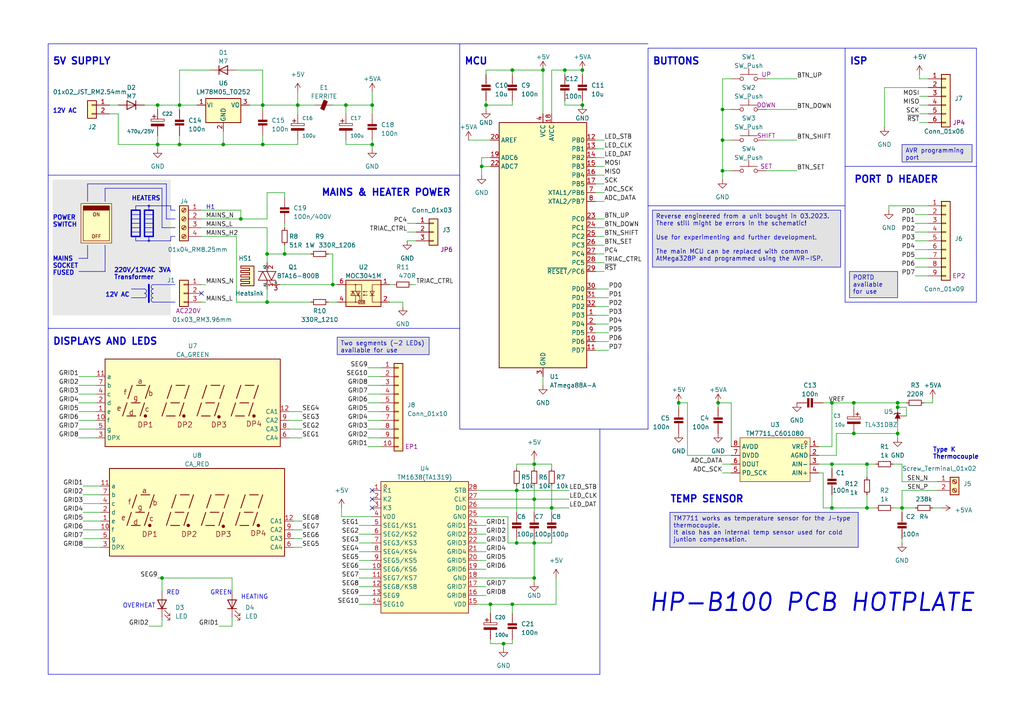
<source format=kicad_sch>
(kicad_sch (version 20230121) (generator eeschema)
  (paper "A4")
  (title_block (title "HP-B100 Hotplate") (date "2023-03-06") (rev "1.0") (comment 1 "P.Z."))
  (junction (at 140.97 30.48))
  (junction (at 241.3 147.32))
  (junction (at 241.3 116.84))
  (junction (at 247.65 116.84))
  (junction (at 46.99 167.64))
  (junction (at 77.47 73.66))
  (junction (at 241.3 134.62))
  (junction (at 160.02 147.32))
  (junction (at 251.46 147.32))
  (junction (at 64.77 41.91))
  (junction (at 157.48 20.32))
  (junction (at 163.83 20.32))
  (junction (at 107.95 30.48))
  (junction (at 142.24 175.26))
  (junction (at 82.55 73.66))
  (junction (at 86.36 30.48))
  (junction (at 154.94 134.62))
  (junction (at 148.59 175.26))
  (junction (at 52.07 41.91))
  (junction (at 139.7 48.26))
  (junction (at 149.86 142.24))
  (junction (at 209.55 40.64))
  (junction (at 100.33 30.48))
  (junction (at 260.35 116.84))
  (junction (at 209.55 49.53))
  (junction (at 208.28 116.84))
  (junction (at 69.85 63.5))
  (junction (at 196.85 116.84))
  (junction (at 154.94 157.48))
  (junction (at 251.46 134.62))
  (junction (at 146.05 186.69))
  (junction (at 45.72 30.48))
  (junction (at 260.35 125.73))
  (junction (at 154.94 144.78))
  (junction (at 76.2 30.48))
  (junction (at 45.72 41.91))
  (junction (at 96.52 82.55))
  (junction (at 154.94 167.64))
  (junction (at 260.35 118.11))
  (junction (at 77.47 87.63))
  (junction (at 168.91 20.32))
  (junction (at 76.2 41.91))
  (junction (at 209.55 31.75))
  (junction (at 261.62 147.32))
  (junction (at 148.59 20.32))
  (junction (at 168.91 30.48))
  (junction (at 149.86 157.48))
  (junction (at 247.65 125.73))
  (junction (at 52.07 30.48))
  (junction (at 107.95 41.91))
  (no_connect (at 58.42 85.09))
  (no_connect (at 107.95 147.32))
  (no_connect (at 107.95 142.24))
  (no_connect (at 107.95 144.78))
  (wire (pts (xy 172.72 63.5) (xy 175.26 63.5)))
  (wire (pts (xy 34.29 41.91) (xy 34.29 33.02)))
  (wire (pts (xy 142.24 186.69) (xy 146.05 186.69)))
  (wire (pts (xy 199.39 116.84) (xy 196.85 116.84)))
  (wire (pts (xy 46.99 167.64) (xy 67.31 167.64)))
  (polyline (pts (xy 48.26 53.34) (xy 25.4 53.34)))
  (wire (pts (xy 81.28 82.55) (xy 96.52 82.55)))
  (wire (pts (xy 138.43 167.64) (xy 154.94 167.64)))
  (wire (pts (xy 148.59 20.32) (xy 148.59 21.59)))
  (wire (pts (xy 208.28 116.84) (xy 208.28 118.11)))
  (wire (pts (xy 22.86 116.84) (xy 27.94 116.84)))
  (wire (pts (xy 261.62 139.7) (xy 261.62 134.62)))
  (wire (pts (xy 138.43 172.72) (xy 140.97 172.72)))
  (wire (pts (xy 24.13 140.97) (xy 29.21 140.97)))
  (wire (pts (xy 270.51 116.84) (xy 267.97 116.84)))
  (wire (pts (xy 138.43 152.4) (xy 140.97 152.4)))
  (polyline (pts (xy 133.35 124.46) (xy 173.99 124.46)))
  (wire (pts (xy 273.05 147.32) (xy 270.51 147.32)))
  (wire (pts (xy 148.59 175.26) (xy 148.59 177.8)))
  (polyline (pts (xy 187.96 104.14) (xy 187.96 13.97)))
  (wire (pts (xy 172.72 86.36) (xy 176.53 86.36)))
  (wire (pts (xy 147.32 157.48) (xy 147.32 149.86)))
  (wire (pts (xy 260.35 125.73) (xy 260.35 127)))
  (wire (pts (xy 45.72 41.91) (xy 45.72 43.18)))
  (wire (pts (xy 259.08 147.32) (xy 261.62 147.32)))
  (wire (pts (xy 172.72 78.74) (xy 175.26 78.74)))
  (wire (pts (xy 154.94 144.78) (xy 165.1 144.78)))
  (wire (pts (xy 85.09 151.13) (xy 87.63 151.13)))
  (wire (pts (xy 146.05 186.69) (xy 146.05 187.96)))
  (wire (pts (xy 154.94 133.35) (xy 154.94 134.62)))
  (wire (pts (xy 68.58 87.63) (xy 77.47 87.63)))
  (wire (pts (xy 266.7 27.94) (xy 269.24 27.94)))
  (polyline (pts (xy 38.1 86.36) (xy 41.91 86.36)))
  (wire (pts (xy 265.43 69.85) (xy 269.24 69.85)))
  (wire (pts (xy 113.03 82.55) (xy 114.3 82.55)))
  (wire (pts (xy 52.07 30.48) (xy 57.15 30.48)))
  (wire (pts (xy 149.86 142.24) (xy 165.1 142.24)))
  (polyline (pts (xy 39.37 60.96) (xy 39.37 59.69)))
  (wire (pts (xy 58.42 63.5) (xy 69.85 63.5)))
  (wire (pts (xy 251.46 134.62) (xy 251.46 138.43)))
  (wire (pts (xy 46.99 167.64) (xy 46.99 171.45)))
  (wire (pts (xy 68.58 20.32) (xy 76.2 20.32)))
  (wire (pts (xy 138.43 157.48) (xy 140.97 157.48)))
  (wire (pts (xy 154.94 168.91) (xy 154.94 167.64)))
  (wire (pts (xy 266.7 35.56) (xy 269.24 35.56)))
  (polyline (pts (xy 187.96 12.7) (xy 133.35 12.7)))
  (wire (pts (xy 58.42 66.04) (xy 77.47 66.04)))
  (wire (pts (xy 68.58 68.58) (xy 68.58 87.63)))
  (wire (pts (xy 247.65 125.73) (xy 242.57 125.73)))
  (polyline (pts (xy 49.53 60.96) (xy 50.8 60.96)))
  (wire (pts (xy 163.83 20.32) (xy 168.91 20.32)))
  (wire (pts (xy 104.14 162.56) (xy 107.95 162.56)))
  (polyline (pts (xy 245.11 13.97) (xy 187.96 13.97)))
  (wire (pts (xy 212.09 129.54) (xy 212.09 116.84)))
  (wire (pts (xy 154.94 156.21) (xy 154.94 157.48)))
  (wire (pts (xy 209.55 22.86) (xy 212.09 22.86)))
  (wire (pts (xy 22.86 114.3) (xy 27.94 114.3)))
  (wire (pts (xy 34.29 33.02) (xy 31.75 33.02)))
  (wire (pts (xy 82.55 64.77) (xy 82.55 66.04)))
  (polyline (pts (xy 22.86 78.74) (xy 30.48 78.74)))
  (wire (pts (xy 140.97 29.21) (xy 140.97 30.48)))
  (wire (pts (xy 118.11 64.77) (xy 120.65 64.77)))
  (wire (pts (xy 142.24 175.26) (xy 148.59 175.26)))
  (wire (pts (xy 82.55 71.12) (xy 82.55 73.66)))
  (wire (pts (xy 45.72 30.48) (xy 52.07 30.48)))
  (wire (pts (xy 138.43 170.18) (xy 140.97 170.18)))
  (wire (pts (xy 99.06 149.86) (xy 99.06 147.32)))
  (wire (pts (xy 77.47 66.04) (xy 77.47 73.66)))
  (polyline (pts (xy 38.1 66.04) (xy 40.64 66.04)))
  (wire (pts (xy 76.2 41.91) (xy 86.36 41.91)))
  (wire (pts (xy 172.72 43.18) (xy 175.26 43.18)))
  (wire (pts (xy 265.43 80.01) (xy 269.24 80.01)))
  (wire (pts (xy 222.25 31.75) (xy 231.14 31.75)))
  (wire (pts (xy 265.43 67.31) (xy 269.24 67.31)))
  (wire (pts (xy 172.72 101.6) (xy 176.53 101.6)))
  (polyline (pts (xy 43.18 59.69) (xy 49.53 59.69)))
  (wire (pts (xy 22.86 111.76) (xy 27.94 111.76)))
  (wire (pts (xy 82.55 73.66) (xy 77.47 73.66)))
  (wire (pts (xy 172.72 73.66) (xy 175.26 73.66)))
  (wire (pts (xy 260.35 116.84) (xy 247.65 116.84)))
  (wire (pts (xy 118.11 67.31) (xy 120.65 67.31)))
  (wire (pts (xy 257.81 59.69) (xy 269.24 59.69)))
  (wire (pts (xy 172.72 53.34) (xy 175.26 53.34)))
  (wire (pts (xy 100.33 41.91) (xy 107.95 41.91)))
  (wire (pts (xy 100.33 40.64) (xy 100.33 41.91)))
  (wire (pts (xy 100.33 30.48) (xy 100.33 33.02)))
  (wire (pts (xy 238.76 137.16) (xy 238.76 147.32)))
  (wire (pts (xy 260.35 125.73) (xy 247.65 125.73)))
  (polyline (pts (xy 13.97 95.25) (xy 13.97 195.58)))
  (wire (pts (xy 260.35 118.11) (xy 260.35 116.84)))
  (wire (pts (xy 31.75 30.48) (xy 34.29 30.48)))
  (polyline (pts (xy 38.1 83.82) (xy 41.91 83.82)))
  (wire (pts (xy 138.43 147.32) (xy 160.02 147.32)))
  (polyline (pts (xy 13.97 50.8) (xy 133.35 50.8)))
  (wire (pts (xy 266.7 33.02) (xy 269.24 33.02)))
  (wire (pts (xy 160.02 20.32) (xy 163.83 20.32)))
  (wire (pts (xy 247.65 116.84) (xy 247.65 118.11)))
  (wire (pts (xy 69.85 60.96) (xy 69.85 63.5)))
  (wire (pts (xy 140.97 30.48) (xy 140.97 31.75)))
  (polyline (pts (xy 50.8 63.5) (xy 48.26 63.5)))
  (wire (pts (xy 82.55 55.88) (xy 82.55 57.15)))
  (wire (pts (xy 266.7 22.86) (xy 269.24 22.86)))
  (wire (pts (xy 96.52 82.55) (xy 97.79 82.55)))
  (polyline (pts (xy 41.91 63.5) (xy 44.45 63.5)))
  (wire (pts (xy 45.72 41.91) (xy 52.07 41.91)))
  (wire (pts (xy 172.72 99.06) (xy 176.53 99.06)))
  (wire (pts (xy 86.36 30.48) (xy 91.44 30.48)))
  (wire (pts (xy 265.43 147.32) (xy 261.62 147.32)))
  (wire (pts (xy 64.77 41.91) (xy 76.2 41.91)))
  (wire (pts (xy 45.72 167.64) (xy 46.99 167.64)))
  (wire (pts (xy 63.5 181.61) (xy 67.31 181.61)))
  (wire (pts (xy 149.86 157.48) (xy 154.94 157.48)))
  (wire (pts (xy 140.97 20.32) (xy 148.59 20.32)))
  (polyline (pts (xy 44.45 82.55) (xy 50.8 82.55)))
  (wire (pts (xy 148.59 186.69) (xy 148.59 185.42)))
  (polyline (pts (xy 41.91 66.04) (xy 44.45 66.04)))
  (polyline (pts (xy 48.26 63.5) (xy 48.26 53.34)))
  (wire (pts (xy 86.36 26.67) (xy 86.36 30.48)))
  (wire (pts (xy 161.29 167.64) (xy 161.29 175.26)))
  (wire (pts (xy 172.72 58.42) (xy 175.26 58.42)))
  (wire (pts (xy 242.57 132.08) (xy 237.49 132.08)))
  (wire (pts (xy 160.02 147.32) (xy 165.1 147.32)))
  (wire (pts (xy 85.09 153.67) (xy 87.63 153.67)))
  (wire (pts (xy 22.86 127) (xy 27.94 127)))
  (wire (pts (xy 104.14 165.1) (xy 107.95 165.1)))
  (wire (pts (xy 104.14 172.72) (xy 107.95 172.72)))
  (wire (pts (xy 262.89 116.84) (xy 260.35 116.84)))
  (wire (pts (xy 160.02 140.97) (xy 160.02 147.32)))
  (polyline (pts (xy 173.99 124.46) (xy 173.99 195.58)))
  (polyline (pts (xy 43.18 68.58) (xy 43.18 69.85)))
  (wire (pts (xy 172.72 96.52) (xy 176.53 96.52)))
  (wire (pts (xy 138.43 154.94) (xy 140.97 154.94)))
  (wire (pts (xy 138.43 160.02) (xy 140.97 160.02)))
  (polyline (pts (xy 25.4 53.34) (xy 25.4 58.42)))
  (wire (pts (xy 104.14 152.4) (xy 107.95 152.4)))
  (wire (pts (xy 107.95 41.91) (xy 107.95 43.18)))
  (wire (pts (xy 241.3 129.54) (xy 237.49 129.54)))
  (wire (pts (xy 22.86 109.22) (xy 27.94 109.22)))
  (wire (pts (xy 138.43 144.78) (xy 154.94 144.78)))
  (wire (pts (xy 52.07 30.48) (xy 52.07 31.75)))
  (wire (pts (xy 149.86 140.97) (xy 149.86 142.24)))
  (wire (pts (xy 77.47 63.5) (xy 77.47 55.88)))
  (wire (pts (xy 72.39 30.48) (xy 76.2 30.48)))
  (wire (pts (xy 106.68 116.84) (xy 110.49 116.84)))
  (wire (pts (xy 138.43 165.1) (xy 140.97 165.1)))
  (polyline (pts (xy 245.11 59.69) (xy 245.11 87.63)))
  (wire (pts (xy 163.83 30.48) (xy 168.91 30.48)))
  (polyline (pts (xy 25.4 71.12) (xy 25.4 74.93)))
  (wire (pts (xy 69.85 63.5) (xy 77.47 63.5)))
  (wire (pts (xy 76.2 30.48) (xy 86.36 30.48)))
  (wire (pts (xy 139.7 45.72) (xy 139.7 48.26)))
  (wire (pts (xy 172.72 68.58) (xy 175.26 68.58)))
  (wire (pts (xy 139.7 48.26) (xy 142.24 48.26)))
  (wire (pts (xy 256.54 25.4) (xy 269.24 25.4)))
  (wire (pts (xy 154.94 144.78) (xy 154.94 148.59)))
  (wire (pts (xy 157.48 20.32) (xy 148.59 20.32)))
  (polyline (pts (xy 283.21 13.97) (xy 245.11 13.97)))
  (wire (pts (xy 107.95 33.02) (xy 107.95 30.48)))
  (wire (pts (xy 104.14 167.64) (xy 107.95 167.64)))
  (wire (pts (xy 146.05 186.69) (xy 148.59 186.69)))
  (wire (pts (xy 83.82 121.92) (xy 87.63 121.92)))
  (wire (pts (xy 138.43 162.56) (xy 140.97 162.56)))
  (polyline (pts (xy 43.18 87.63) (xy 43.18 82.55)) (stroke (width 0.5)))
  (polyline (pts (xy 133.35 50.8) (xy 133.35 95.25)))
  (polyline (pts (xy 187.96 124.46) (xy 187.96 104.14)))
  (wire (pts (xy 172.72 71.12) (xy 175.26 71.12)))
  (wire (pts (xy 149.86 142.24) (xy 149.86 148.59)))
  (polyline (pts (xy 44.45 87.63) (xy 50.8 87.63)))
  (wire (pts (xy 142.24 185.42) (xy 142.24 186.69)))
  (wire (pts (xy 64.77 41.91) (xy 64.77 38.1)))
  (wire (pts (xy 83.82 127) (xy 87.63 127)))
  (wire (pts (xy 154.94 140.97) (xy 154.94 144.78)))
  (polyline (pts (xy 133.35 95.25) (xy 133.35 124.46)))
  (wire (pts (xy 265.43 62.23) (xy 269.24 62.23)))
  (wire (pts (xy 142.24 175.26) (xy 142.24 177.8)))
  (polyline (pts (xy 39.37 68.58) (xy 39.37 69.85)))
  (wire (pts (xy 106.68 106.68) (xy 110.49 106.68)))
  (wire (pts (xy 241.3 134.62) (xy 251.46 134.62)))
  (wire (pts (xy 261.62 147.32) (xy 261.62 148.59)))
  (polyline (pts (xy 41.91 67.31) (xy 44.45 67.31)))
  (wire (pts (xy 209.55 52.07) (xy 209.55 49.53)))
  (wire (pts (xy 212.09 116.84) (xy 208.28 116.84)))
  (wire (pts (xy 209.55 49.53) (xy 209.55 40.64)))
  (wire (pts (xy 52.07 20.32) (xy 60.96 20.32)))
  (polyline (pts (xy 41.91 62.23) (xy 44.45 62.23)))
  (wire (pts (xy 254 147.32) (xy 251.46 147.32)))
  (wire (pts (xy 163.83 21.59) (xy 163.83 20.32)))
  (wire (pts (xy 172.72 48.26) (xy 175.26 48.26)))
  (wire (pts (xy 157.48 109.22) (xy 157.48 111.76)))
  (wire (pts (xy 161.29 175.26) (xy 148.59 175.26)))
  (wire (pts (xy 24.13 158.75) (xy 29.21 158.75)))
  (wire (pts (xy 107.95 30.48) (xy 100.33 30.48)))
  (wire (pts (xy 82.55 73.66) (xy 90.17 73.66)))
  (wire (pts (xy 154.94 134.62) (xy 160.02 134.62)))
  (wire (pts (xy 45.72 30.48) (xy 45.72 31.75)))
  (wire (pts (xy 119.38 82.55) (xy 120.65 82.55)))
  (wire (pts (xy 139.7 48.26) (xy 139.7 50.8)))
  (wire (pts (xy 209.55 40.64) (xy 209.55 31.75)))
  (wire (pts (xy 160.02 147.32) (xy 160.02 148.59)))
  (wire (pts (xy 138.43 175.26) (xy 142.24 175.26)))
  (wire (pts (xy 163.83 29.21) (xy 163.83 30.48)))
  (wire (pts (xy 241.3 147.32) (xy 241.3 143.51)))
  (wire (pts (xy 154.94 157.48) (xy 154.94 167.64)))
  (wire (pts (xy 76.2 20.32) (xy 76.2 30.48)))
  (polyline (pts (xy 38.1 62.23) (xy 40.64 62.23)))
  (wire (pts (xy 172.72 45.72) (xy 175.26 45.72)))
  (wire (pts (xy 222.25 49.53) (xy 231.14 49.53)))
  (wire (pts (xy 241.3 116.84) (xy 241.3 129.54)))
  (polyline (pts (xy 43.18 59.69) (xy 43.18 60.96)))
  (wire (pts (xy 46.99 181.61) (xy 46.99 179.07)))
  (wire (pts (xy 96.52 73.66) (xy 95.25 73.66)))
  (wire (pts (xy 140.97 21.59) (xy 140.97 20.32)))
  (wire (pts (xy 222.25 40.64) (xy 231.14 40.64)))
  (wire (pts (xy 107.95 149.86) (xy 99.06 149.86)))
  (wire (pts (xy 265.43 74.93) (xy 269.24 74.93)))
  (wire (pts (xy 52.07 39.37) (xy 52.07 41.91)))
  (wire (pts (xy 168.91 20.32) (xy 168.91 21.59)))
  (wire (pts (xy 24.13 146.05) (xy 29.21 146.05)))
  (polyline (pts (xy 48.26 53.34) (xy 48.26 53.34)))
  (wire (pts (xy 266.7 21.59) (xy 266.7 22.86)))
  (wire (pts (xy 58.42 68.58) (xy 68.58 68.58)))
  (polyline (pts (xy 245.11 87.63) (xy 283.21 87.63)))
  (wire (pts (xy 196.85 116.84) (xy 196.85 118.11)))
  (wire (pts (xy 96.52 30.48) (xy 100.33 30.48)))
  (wire (pts (xy 104.14 175.26) (xy 107.95 175.26)))
  (wire (pts (xy 77.47 87.63) (xy 90.17 87.63)))
  (polyline (pts (xy 13.97 95.25) (xy 133.35 95.25)))
  (wire (pts (xy 262.89 120.65) (xy 262.89 118.11)))
  (wire (pts (xy 107.95 41.91) (xy 107.95 40.64)))
  (wire (pts (xy 209.55 49.53) (xy 212.09 49.53)))
  (polyline (pts (xy 38.1 63.5) (xy 40.64 63.5)))
  (wire (pts (xy 238.76 147.32) (xy 241.3 147.32)))
  (wire (pts (xy 271.78 142.24) (xy 261.62 142.24)))
  (wire (pts (xy 212.09 132.08) (xy 199.39 132.08)))
  (wire (pts (xy 83.82 119.38) (xy 87.63 119.38)))
  (wire (pts (xy 86.36 33.02) (xy 86.36 30.48)))
  (wire (pts (xy 209.55 31.75) (xy 212.09 31.75)))
  (polyline (pts (xy 46.99 66.04) (xy 46.99 54.61)))
  (polyline (pts (xy 245.11 48.26) (xy 283.21 48.26)))
  (polyline (pts (xy 13.97 95.25) (xy 13.97 52.07)))
  (wire (pts (xy 24.13 143.51) (xy 29.21 143.51)))
  (wire (pts (xy 86.36 41.91) (xy 86.36 40.64)))
  (polyline (pts (xy 49.53 69.85) (xy 49.53 68.58)))
  (polyline (pts (xy 50.8 66.04) (xy 46.99 66.04)))
  (wire (pts (xy 24.13 148.59) (xy 29.21 148.59)))
  (polyline (pts (xy 283.21 87.63) (xy 283.21 48.26)))
  (wire (pts (xy 251.46 147.32) (xy 251.46 143.51)))
  (wire (pts (xy 172.72 66.04) (xy 175.26 66.04)))
  (wire (pts (xy 247.65 116.84) (xy 241.3 116.84)))
  (wire (pts (xy 34.29 41.91) (xy 45.72 41.91)))
  (wire (pts (xy 95.25 87.63) (xy 97.79 87.63)))
  (wire (pts (xy 265.43 64.77) (xy 269.24 64.77)))
  (polyline (pts (xy 46.99 54.61) (xy 30.48 54.61)))
  (polyline (pts (xy 13.97 12.7) (xy 13.97 52.07)))
  (wire (pts (xy 76.2 30.48) (xy 76.2 31.75)))
  (wire (pts (xy 52.07 41.91) (xy 64.77 41.91)))
  (wire (pts (xy 271.78 139.7) (xy 261.62 139.7)))
  (wire (pts (xy 77.47 55.88) (xy 82.55 55.88)))
  (wire (pts (xy 106.68 109.22) (xy 110.49 109.22)))
  (polyline (pts (xy 133.35 12.7) (xy 13.97 12.7)))
  (polyline (pts (xy 283.21 48.26) (xy 283.21 13.97)))
  (wire (pts (xy 85.09 156.21) (xy 87.63 156.21)))
  (wire (pts (xy 172.72 55.88) (xy 175.26 55.88)))
  (wire (pts (xy 172.72 76.2) (xy 175.26 76.2)))
  (wire (pts (xy 135.89 40.64) (xy 142.24 40.64)))
  (wire (pts (xy 262.89 118.11) (xy 260.35 118.11)))
  (wire (pts (xy 265.43 72.39) (xy 269.24 72.39)))
  (wire (pts (xy 154.94 134.62) (xy 154.94 135.89)))
  (wire (pts (xy 237.49 134.62) (xy 241.3 134.62)))
  (wire (pts (xy 172.72 50.8) (xy 175.26 50.8)))
  (wire (pts (xy 199.39 132.08) (xy 199.39 116.84)))
  (wire (pts (xy 76.2 39.37) (xy 76.2 41.91)))
  (wire (pts (xy 212.09 137.16) (xy 209.55 137.16)))
  (wire (pts (xy 106.68 127) (xy 110.49 127)))
  (wire (pts (xy 149.86 157.48) (xy 147.32 157.48)))
  (wire (pts (xy 261.62 142.24) (xy 261.62 147.32)))
  (wire (pts (xy 148.59 30.48) (xy 148.59 29.21)))
  (wire (pts (xy 41.91 30.48) (xy 45.72 30.48)))
  (wire (pts (xy 96.52 82.55) (xy 96.52 73.66)))
  (wire (pts (xy 241.3 134.62) (xy 241.3 135.89)))
  (wire (pts (xy 22.86 121.92) (xy 27.94 121.92)))
  (wire (pts (xy 254 134.62) (xy 251.46 134.62)))
  (wire (pts (xy 172.72 88.9) (xy 176.53 88.9)))
  (polyline (pts (xy 39.37 69.85) (xy 43.18 69.85)))
  (wire (pts (xy 160.02 134.62) (xy 160.02 135.89)))
  (wire (pts (xy 116.84 87.63) (xy 113.03 87.63)))
  (wire (pts (xy 266.7 30.48) (xy 269.24 30.48)))
  (wire (pts (xy 22.86 124.46) (xy 27.94 124.46)))
  (wire (pts (xy 106.68 119.38) (xy 110.49 119.38)))
  (polyline (pts (xy 173.99 124.46) (xy 187.96 124.46)))
  (wire (pts (xy 24.13 151.13) (xy 29.21 151.13)))
  (wire (pts (xy 58.42 82.55) (xy 59.69 82.55)))
  (wire (pts (xy 260.35 123.19) (xy 260.35 125.73)))
  (wire (pts (xy 172.72 83.82) (xy 176.53 83.82)))
  (wire (pts (xy 106.68 114.3) (xy 110.49 114.3)))
  (wire (pts (xy 149.86 135.89) (xy 149.86 134.62)))
  (wire (pts (xy 67.31 181.61) (xy 67.31 179.07)))
  (wire (pts (xy 67.31 167.64) (xy 67.31 171.45)))
  (polyline (pts (xy 173.99 195.58) (xy 13.97 195.58)))
  (wire (pts (xy 257.81 60.96) (xy 257.81 59.69)))
  (wire (pts (xy 106.68 111.76) (xy 110.49 111.76)))
  (wire (pts (xy 138.43 142.24) (xy 149.86 142.24)))
  (wire (pts (xy 261.62 156.21) (xy 261.62 157.48)))
  (wire (pts (xy 142.24 45.72) (xy 139.7 45.72)))
  (wire (pts (xy 140.97 30.48) (xy 148.59 30.48)))
  (wire (pts (xy 270.51 115.57) (xy 270.51 116.84)))
  (polyline (pts (xy 30.48 54.61) (xy 30.48 58.42)))
  (wire (pts (xy 118.11 69.85) (xy 120.65 69.85)))
  (wire (pts (xy 261.62 134.62) (xy 259.08 134.62)))
  (wire (pts (xy 256.54 36.83) (xy 256.54 25.4)))
  (polyline (pts (xy 245.11 59.69) (xy 245.11 13.97)))
  (wire (pts (xy 172.72 40.64) (xy 175.26 40.64)))
  (wire (pts (xy 24.13 156.21) (xy 29.21 156.21)))
  (wire (pts (xy 58.42 60.96) (xy 69.85 60.96)))
  (wire (pts (xy 160.02 33.02) (xy 160.02 20.32)))
  (wire (pts (xy 242.57 125.73) (xy 242.57 132.08)))
  (wire (pts (xy 157.48 20.32) (xy 157.48 33.02)))
  (wire (pts (xy 83.82 124.46) (xy 87.63 124.46)))
  (wire (pts (xy 154.94 157.48) (xy 160.02 157.48)))
  (wire (pts (xy 149.86 134.62) (xy 154.94 134.62)))
  (wire (pts (xy 107.95 26.67) (xy 107.95 30.48)))
  (wire (pts (xy 43.18 181.61) (xy 46.99 181.61)))
  (polyline (pts (xy 30.48 71.12) (xy 30.48 78.74)))
  (wire (pts (xy 104.14 154.94) (xy 107.95 154.94)))
  (wire (pts (xy 241.3 147.32) (xy 251.46 147.32)))
  (wire (pts (xy 147.32 149.86) (xy 138.43 149.86)))
  (polyline (pts (xy 43.18 69.85) (xy 49.53 69.85)))
  (wire (pts (xy 45.72 39.37) (xy 45.72 41.91)))
  (polyline (pts (xy 49.53 68.58) (xy 50.8 68.58)))
  (wire (pts (xy 106.68 121.92) (xy 110.49 121.92)))
  (wire (pts (xy 106.68 124.46) (xy 110.49 124.46)))
  (wire (pts (xy 209.55 40.64) (xy 212.09 40.64)))
  (wire (pts (xy 168.91 29.21) (xy 168.91 30.48)))
  (wire (pts (xy 212.09 134.62) (xy 209.55 134.62)))
  (wire (pts (xy 104.14 157.48) (xy 107.95 157.48)))
  (polyline (pts (xy 39.37 59.69) (xy 43.18 59.69)))
  (wire (pts (xy 160.02 157.48) (xy 160.02 156.21)))
  (wire (pts (xy 77.47 73.66) (xy 77.47 76.2)))
  (polyline (pts (xy 41.91 64.77) (xy 44.45 64.77)))
  (wire (pts (xy 265.43 77.47) (xy 269.24 77.47)))
  (wire (pts (xy 104.14 170.18) (xy 107.95 170.18)))
  (wire (pts (xy 85.09 158.75) (xy 87.63 158.75)))
  (wire (pts (xy 241.3 116.84) (xy 238.76 116.84)))
  (wire (pts (xy 104.14 160.02) (xy 107.95 160.02)))
  (wire (pts (xy 77.47 83.82) (xy 77.47 87.63)))
  (polyline (pts (xy 187.96 59.69) (xy 245.11 59.69)))
  (polyline (pts (xy 22.86 74.93) (xy 25.4 74.93)))
  (wire (pts (xy 22.86 119.38) (xy 27.94 119.38)))
  (polyline (pts (xy 133.35 50.8) (xy 133.35 12.7)))
  (wire (pts (xy 149.86 156.21) (xy 149.86 157.48)))
  (wire (pts (xy 52.07 30.48) (xy 52.07 20.32)))
  (wire (pts (xy 209.55 31.75) (xy 209.55 22.86)))
  (wire (pts (xy 59.69 87.63) (xy 58.42 87.63)))
  (wire (pts (xy 24.13 153.67) (xy 29.21 153.67)))
  (polyline (pts (xy 49.53 59.69) (xy 49.53 60.96)))
  (wire (pts (xy 106.68 129.54) (xy 110.49 129.54)))
  (wire (pts (xy 116.84 88.9) (xy 116.84 87.63)))
  (wire (pts (xy 172.72 93.98) (xy 176.53 93.98)))
  (polyline (pts (xy 38.1 67.31) (xy 40.64 67.31)))
  (wire (pts (xy 172.72 91.44) (xy 176.53 91.44)))
  (wire (pts (xy 222.25 22.86) (xy 231.14 22.86)))
  (polyline (pts (xy 38.1 64.77) (xy 40.64 64.77)))
  (wire (pts (xy 237.49 137.16) (xy 238.76 137.16)))
  (rectangle (start 15.24 52.07) (end 49.53 91.44) (stroke (width -0.0001)) (fill (type color) (color 194 194 194 0.38)))
  (circle (center 43.18 69.85) (radius 0.254) (fill (type color)))
  (rectangle (start 38.1 60.96) (end 40.64 68.58) (stroke (width 0.4)))
  (arc (start 41.91 85.09) (mid 42.5121 85.725) (end 41.91 86.36))
  (arc (start 44.45 86.36) (mid 43.8479 85.725) (end 44.45 85.09))
  (arc (start 41.91 83.82) (mid 42.5121 84.455) (end 41.91 85.09))
  (arc (start 44.45 83.82) (mid 43.8479 83.185) (end 44.45 82.55))
  (arc (start 44.45 85.09) (mid 43.8479 84.455) (end 44.45 83.82))
  (circle (center 43.18 59.69) (radius 0.254) (fill (type color)))
  (rectangle (start 41.91 60.96) (end 44.45 68.58) (stroke (width 0.4)))
  (arc (start 44.45 87.63) (mid 43.8481 86.995) (end 44.45 86.36))
  (text_box "Two segments (-2 LEDs) available for use" (at 97.79 97.79 0) (size 26.67 5.08) (fill (type color) (color 194 194 194 0.47)) (effects (font (size 1.27 1.27)) (justify left top)))
  (text_box "AVR programming\nport" (at 261.62 41.91 0) (size 20.32 5.08) (fill (type color) (color 194 194 194 0.47)) (effects (font (size 1.27 1.27)) (justify left top)))
  (text_box "Reverse engineered from a unit bought in 03.2023.\nThere still might be errors in the schematic!\n\nUse for experimenting and further development.\n\nThe main MCU can be replaced with common\nAtMega328P and programmed using the AVR-ISP." (at 189.23 60.96 0) (size 54.61 16.51) (fill (type color) (color 194 194 194 0.47)) (effects (font (size 1.27 1.27)) (justify left top)))
  (text_box "TM7711 works as temperature sensor for the J-type thermocouple.\nIt also has an internal temp sensor used for cold juntion compensation." (at 194.31 148.59 0) (size 54.61 10.16) (fill (type color) (color 194 194 194 0.47)) (effects (font (size 1.27 1.27)) (justify left top)))
  (text_box "PORTD\navailable for use" (at 246.38 78.74 0) (size 13.97 7.62) (fill (type color) (color 194 194 194 0.47)) (effects (font (size 1.27 1.27)) (justify left top)))
  (text "HEATERS" (at 38.1 58.42 0) (effects (font (size 1.27 1.27) (thickness 0.254) bold) (justify left bottom)))
  (text "TEMP SENSOR" (at 194.31 146.05 0) (effects (font (size 2 2) (thickness 0.4) bold) (justify left bottom)))
  (text "12V AC" (at 30.48 86.36 0) (effects (font (size 1.27 1.27) (thickness 0.254) bold) (justify left bottom)))
  (text "H1" (at 59.69 60.96 0) (effects (font (size 1.27 1.27)) (justify left bottom)))
  (text "MAINS\nSOCKET\nFUSED" (at 15.24 80.01 0) (effects (font (size 1.27 1.27) (thickness 0.254) bold) (justify left bottom)))
  (text "MCU" (at 134.62 19.05 0) (effects (font (size 2 2) (thickness 0.4) bold) (justify left bottom)))
  (text "220V/12VAC 3VA\nTransformer" (at 33.02 81.28 0) (effects (font (size 1.27 1.27) (thickness 0.254) bold) (justify left bottom)))
  (text "GREEN" (at 60.96 172.72 0) (effects (font (size 1.27 1.27)) (justify left bottom)))
  (text "12V AC" (at 15.24 33.02 0) (effects (font (size 1.27 1.27) (thickness 0.254) bold) (justify left bottom)))
  (text "DISPLAYS AND LEDS" (at 15.24 100.33 0) (effects (font (size 2 2) (thickness 0.4) bold) (justify left bottom)))
  (text "POWER\nSWITCH" (at 15.24 66.04 0) (effects (font (size 1.27 1.27) (thickness 0.254) bold) (justify left bottom)))
  (text "BUTTONS" (at 189.23 19.05 0) (effects (font (size 2 2) (thickness 0.4) bold) (justify left bottom)))
  (text "Type K\nThermocouple" (at 270.51 133.35 0) (effects (font (size 1.27 1.27) (thickness 0.254) bold) (justify left bottom)))
  (text "HP-B100 PCB HOTPLATE" (at 187.96 177.8 0) (effects (font (size 5 5) (thickness 0.6) bold italic) (justify left bottom)))
  (text "OVERHEAT" (at 35.56 176.53 0) (effects (font (size 1.27 1.27)) (justify left bottom)))
  (text "RED" (at 48.26 172.72 0) (effects (font (size 1.27 1.27)) (justify left bottom)))
  (text "MAINS & HEATER POWER" (at 130.81 57.15 0) (effects (font (size 2 2) (thickness 0.4) bold) (justify right bottom)))
  (text "PORT D HEADER" (at 247.65 53.34 0) (effects (font (size 2 2) (thickness 0.4) bold) (justify left bottom)))
  (text "5V SUPPLY" (at 15.24 19.05 0) (effects (font (size 2 2) (thickness 0.4) bold) (justify left bottom)))
  (text "ISP" (at 246.38 19.05 0) (effects (font (size 2 2) (thickness 0.4) bold) (justify left bottom)))
  (text "HEATING" (at 69.85 173.99 0) (effects (font (size 1.27 1.27)) (justify left bottom)))
  (label "GRID5" (at 24.13 151.13 180))
  (label "GRID7" (at 24.13 156.21 180))
  (label "GRID4" (at 24.13 148.59 180))
  (label "GRID4" (at 140.97 160.02 0))
  (label "PD7" (at 176.53 101.6 0))
  (label "SEG10" (at 106.68 109.22 180))
  (label "SEG1" (at 104.14 152.4 180))
  (label "ADC_SCK" (at 209.55 137.16 180))
  (label "PD7" (at 265.43 80.01 180))
  (label "GRID7" (at 140.97 170.18 0))
  (label "LED_CLK" (at 165.1 144.78 0))
  (label "GRID8" (at 140.97 172.72 0))
  (label "SEG1" (at 87.63 127 0))
  (label "MAINS_L" (at 59.69 87.63 0))
  (label "SEG5" (at 87.63 158.75 0))
  (label "~{RST}" (at 266.7 35.56 180))
  (label "MOSI" (at 266.7 27.94 180))
  (label "SEG6" (at 87.63 156.21 0))
  (label "SEG2" (at 104.14 154.94 180))
  (label "GRID2" (at 43.18 181.61 180))
  (label "PD2" (at 176.53 88.9 0))
  (label "SCK" (at 266.7 33.02 180))
  (label "VREF" (at 245.11 116.84 180))
  (label "SEG7" (at 87.63 153.67 0))
  (label "BTN_SET" (at 231.14 49.53 0))
  (label "MAINS_N" (at 59.69 82.55 0))
  (label "MAINS_H2" (at 59.69 68.58 0))
  (label "ADC_DATA" (at 175.26 58.42 0))
  (label "GRID6" (at 24.13 153.67 180))
  (label "BTN_UP" (at 175.26 63.5 0))
  (label "MISO" (at 175.26 50.8 0))
  (label "PD1" (at 176.53 86.36 0))
  (label "TRIAC_CTRL" (at 120.65 82.55 0))
  (label "BTN_SHIFT" (at 175.26 68.58 0))
  (label "BTN_UP" (at 231.14 22.86 0))
  (label "GRID1" (at 22.86 109.22 180))
  (label "GRID1" (at 63.5 181.61 180))
  (label "TRIAC_CTRL" (at 118.11 67.31 180))
  (label "GRID2" (at 24.13 143.51 180))
  (label "GRID3" (at 24.13 146.05 180))
  (label "GRID1" (at 140.97 152.4 0))
  (label "BTN_SHIFT" (at 231.14 40.64 0))
  (label "GRID2" (at 140.97 154.94 0))
  (label "GRID8" (at 22.86 127 180))
  (label "SEG3" (at 104.14 157.48 180))
  (label "PD5" (at 176.53 96.52 0))
  (label "LED_STB" (at 175.26 40.64 0))
  (label "PC4" (at 118.11 64.77 180))
  (label "ADC_DATA" (at 209.55 134.62 180))
  (label "PD2" (at 265.43 67.31 180))
  (label "GRID7" (at 106.68 114.3 180))
  (label "GRID7" (at 22.86 124.46 180))
  (label "PD6" (at 265.43 77.47 180))
  (label "PD3" (at 176.53 91.44 0))
  (label "SEG7" (at 104.14 167.64 180))
  (label "SEG4" (at 87.63 119.38 0))
  (label "LED_DAT" (at 165.1 147.32 0))
  (label "GRID6" (at 22.86 121.92 180))
  (label "GRID4" (at 22.86 116.84 180))
  (label "PD0" (at 176.53 83.82 0))
  (label "GRID5" (at 106.68 119.38 180))
  (label "GRID5" (at 140.97 162.56 0))
  (label "SEN_P" (at 269.24 142.24 180))
  (label "PD3" (at 265.43 69.85 180))
  (label "LED_STB" (at 165.1 142.24 0))
  (label "SEG6" (at 104.14 165.1 180))
  (label "PD4" (at 176.53 93.98 0))
  (label "SEG8" (at 104.14 170.18 180))
  (label "SEG9" (at 45.72 167.64 180))
  (label "PD4" (at 265.43 72.39 180))
  (label "MAINS_L" (at 59.69 66.04 0))
  (label "ADC_SCK" (at 175.26 55.88 0))
  (label "MOSI" (at 175.26 48.26 0))
  (label "GRID8" (at 106.68 111.76 180))
  (label "SEG9" (at 106.68 106.68 180))
  (label "TRIAC_CTRL" (at 175.26 76.2 0))
  (label "LED_DAT" (at 175.26 45.72 0))
  (label "GRID1" (at 106.68 129.54 180))
  (label "BTN_DOWN" (at 231.14 31.75 0))
  (label "GRID5" (at 22.86 119.38 180))
  (label "PD6" (at 176.53 99.06 0))
  (label "GRID3" (at 22.86 114.3 180))
  (label "SEG8" (at 87.63 151.13 0))
  (label "BTN_DOWN" (at 175.26 66.04 0))
  (label "LED_CLK" (at 175.26 43.18 0))
  (label "SEG9" (at 104.14 172.72 180))
  (label "GRID8" (at 24.13 158.75 180))
  (label "PD5" (at 265.43 74.93 180))
  (label "PD1" (at 265.43 64.77 180))
  (label "SCK" (at 175.26 53.34 0))
  (label "GRID6" (at 140.97 165.1 0))
  (label "GRID1" (at 24.13 140.97 180))
  (label "GRID4" (at 106.68 121.92 180))
  (label "SEG3" (at 87.63 121.92 0))
  (label "BTN_SET" (at 175.26 71.12 0))
  (label "GRID2" (at 106.68 127 180))
  (label "MAINS_N" (at 59.69 63.5 0))
  (label "PC4" (at 175.26 73.66 0))
  (label "SEN_N" (at 269.24 139.7 180))
  (label "SEG4" (at 104.14 160.02 180))
  (label "SEG10" (at 104.14 175.26 180))
  (label "SEG2" (at 87.63 124.46 0))
  (label "GRID6" (at 106.68 116.84 180))
  (label "GRID3" (at 140.97 157.48 0))
  (label "GRID3" (at 106.68 124.46 180))
  (label "GRID2" (at 22.86 111.76 180))
  (label "SEG5" (at 104.14 162.56 180))
  (label "PD0" (at 265.43 62.23 180))
  (label "~{RST}" (at 175.26 78.74 0))
  (label "MISO" (at 266.7 30.48 180))
  (symbol (lib_id "Switch:SW_Push") (at 217.17 49.53 0) (unit 1)
    (property "Reference" "SW4" (at 217.17 43.18 0))
    (property "Value" "SW_Push" (at 217.17 45.72 0))
    (property "Sym" "SET" (at 222.25 48.26 0))
  )
  (symbol (lib_id "H_passives:CAP_POL") (at 100.33 36.83 0) (unit 1)
    (property "Reference" "C17" (at 101.6 34.29 0) (effects (font (size 1.016 1.016)) (justify left)))
    (property "Value" "100u" (at 101.6 39.37 0) (effects (font (size 1.016 1.016)) (justify left)))
  )
  (symbol (lib_id "power:GND") (at 45.72 43.18 0) (unit 1)
    (property "Reference" "#PWR021" (effects hide))
    (property "Value" "GND" (at 45.72 48.26 0))
  )
  (symbol (lib_id "power:GND") (at 139.7 50.8 0) (unit 1)
    (property "Reference" "#PWR029" (effects hide))
    (property "Value" "GND" (at 139.7 55.88 0))
  )
  (symbol (lib_id "H_passives:CAP_NP") (at 234.95 116.84 270) (mirror x) (unit 1)
    (property "Reference" "C13" (at 234.95 111.76 90))
    (property "Value" "100n" (at 234.95 114.3 90))
  )
  (symbol (lib_id "power:+5VA") (at 168.91 20.32 0) (unit 1)
    (property "Reference" "#PWR016" (effects hide))
    (property "Value" "+5VA" (at 168.91 16.51 0))
  )
  (symbol (lib_id "power:GND") (at 256.54 36.83 0) (unit 1)
    (property "Reference" "#PWR014" (effects hide))
    (property "Value" "GND" (at 256.54 41.91 0))
  )
  (symbol (lib_id "H_passives:CAP_POL") (at 86.36 36.83 0) (unit 1)
    (property "Reference" "C16" (at 87.63 34.29 0) (effects (font (size 1.016 1.016)) (justify left)))
    (property "Value" "100u" (at 87.63 39.37 0) (effects (font (size 1.016 1.016)) (justify left)))
  )
  (symbol (lib_id "power:+5V") (at 154.94 133.35 0) (unit 1)
    (property "Reference" "#PWR07" (effects hide))
    (property "Value" "+5V" (at 154.94 128.27 0))
  )
  (symbol (lib_id "H_passives:CAP_NP") (at 148.59 25.4 0) (unit 1)
    (property "Reference" "C9" (at 151.13 24.765 0) (effects (justify left)))
    (property "Value" "100n" (at 151.13 27.305 0) (effects (justify left)))
  )
  (symbol (lib_id "Switch:SW_Push") (at 217.17 22.86 0) (unit 1)
    (property "Reference" "SW1" (at 217.17 16.51 0))
    (property "Value" "SW_Push" (at 217.17 19.05 0))
    (property "Sym" "UP" (at 222.25 21.59 0))
  )
  (symbol (lib_id "H_passives:CAP_NP") (at 154.94 152.4 0) (unit 1)
    (property "Reference" "C7" (at 154.94 149.86 0) (effects (justify left)))
    (property "Value" "100p" (at 154.94 154.94 0) (effects (justify left)))
  )
  (symbol (lib_id "H_passives:CAP_NP") (at 82.55 60.96 0) (unit 1)
    (property "Reference" "C19" (at 85.09 60.325 0) (effects (justify left)))
    (property "Value" "100n/400V" (at 85.09 62.865 0) (effects (justify left)))
  )
  (symbol (lib_id "Connector_Generic:Conn_01x06") (at 274.32 27.94 0) (unit 1)
    (property "Reference" "J7" (at 276.86 28.575 0) (effects (justify left)))
    (property "Value" "Conn_01x06" (at 267.97 38.1 0) (effects (justify left)))
    (property "Sym" "JP4" (at 278.13 35.56 0))
  )
  (symbol (lib_id "H_passives:CAP_NP") (at 160.02 152.4 0) (unit 1)
    (property "Reference" "C8" (at 160.02 149.86 0) (effects (justify left)))
    (property "Value" "100p" (at 160.02 154.94 0) (effects (justify left)))
  )
  (symbol (lib_id "power:GND") (at 107.95 43.18 0) (unit 1)
    (property "Reference" "#PWR023" (effects hide))
    (property "Value" "GND" (at 107.95 48.26 0))
  )
  (symbol (lib_id "Device:R_Small") (at 256.54 134.62 270) (mirror x) (unit 1)
    (property "Reference" "R1" (at 256.54 129.54 90))
    (property "Value" "1k" (at 256.54 132.08 90))
  )
  (symbol (lib_id "Display_Character:CA56-12CGKWA") (at 57.15 148.59 0) (unit 1)
    (property "Reference" "U8" (at 57.15 132.08 0))
    (property "Value" "CA_RED" (at 57.15 134.62 0))
    (property "Footprint" "Display_7Segment:CA56-12CGKWA" (effects hide))
    (property "Datasheet" "http://www.kingbright.com/attachments/file/psearch/000/00/00/CA56-12CGKWA(Ver.9A).pdf" (effects hide))
  )
  (symbol (lib_id "power:+5V") (at 99.06 147.32 0) (unit 1)
    (property "Reference" "#PWR028" (effects hide))
    (property "Value" "+5V" (at 99.06 142.24 0))
  )
  (symbol (lib_id "power:GND") (at 257.81 60.96 0) (unit 1)
    (property "Reference" "#PWR012" (effects hide))
    (property "Value" "GND" (at 257.81 66.04 0))
  )
  (symbol (lib_id "Device:R_Small") (at 267.97 147.32 270) (mirror x) (unit 1)
    (property "Reference" "R4" (at 267.97 149.86 90))
    (property "Value" "238k" (at 267.97 144.78 90))
  )
  (symbol (lib_id "power:+5VA") (at 107.95 26.67 0) (unit 1)
    (property "Reference" "#PWR024" (effects hide))
    (property "Value" "+5VA" (at 107.95 22.86 0))
  )
  (symbol (lib_id "Device:R_Small") (at 160.02 138.43 0) (unit 1)
    (property "Reference" "R7" (at 161.29 138.43 0) (effects (justify left)))
    (property "Value" "10k" (at 161.29 140.97 0) (effects (justify left)))
  )
  (symbol (lib_id "Device:R_Small") (at 92.71 87.63 90) (unit 1)
    (property "Reference" "R10" (at 92.71 90.17 90))
    (property "Value" "330R_1210" (at 92.71 92.71 90))
  )
  (symbol (lib_id "Switch:SW_Push") (at 217.17 40.64 0) (unit 1)
    (property "Reference" "SW3" (at 217.17 34.29 0))
    (property "Value" "SW_Push" (at 217.17 36.83 0))
    (property "Sym" "SHIFT" (at 222.25 39.37 0))
  )
  (symbol (lib_id "H_passives:CAP_NP") (at 163.83 25.4 0) (unit 1)
    (property "Reference" "C12" (at 163.83 22.86 0) (effects (justify left)))
    (property "Value" "100n" (at 163.83 27.94 0) (effects (justify left)))
  )
  (symbol (lib_id "Device:D") (at 38.1 30.48 180) (unit 1)
    (property "Reference" "D2" (at 38.1 25.4 0))
    (property "Value" "M7" (at 38.1 27.94 0))
    (property "Sim.Device" "D" (effects hide))
    (property "Sim.Pins" "1=K 2=A" (effects hide))
  )
  (symbol (lib_id "Device:R_Small") (at 251.46 140.97 0) (mirror y) (unit 1)
    (property "Reference" "R12" (at 248.92 140.335 0) (effects (justify left)))
    (property "Value" "1k" (at 248.92 142.875 0) (effects (justify left)))
  )
  (symbol (lib_id "MCU_Microchip_ATmega:ATmega88A-A") (at 157.48 71.12 0) (unit 1)
    (property "Reference" "U1" (at 159.4359 109.22 0) (effects (justify left)))
    (property "Value" "ATmega88A-A" (at 159.4359 111.76 0) (effects (justify left)))
    (property "Footprint" "Package_QFP:TQFP-32_7x7mm_P0.8mm" (effects hide))
    (property "Datasheet" "http://ww1.microchip.com/downloads/en/DeviceDoc/ATmega48A_88A_168A-Data-Sheet-40002007A.pdf" (effects hide))
  )
  (symbol (lib_id "Relay_SolidState:MOC3041M") (at 105.41 85.09 0) (mirror y) (unit 1)
    (property "Reference" "U2" (at 105.41 77.47 0))
    (property "Value" "MOC3041M" (at 105.41 80.01 0))
    (property "Datasheet" "https://www.onsemi.com/pub/Collateral/MOC3043M-D.pdf" (effects hide))
  )
  (symbol (lib_id "power:+5V") (at 86.36 26.67 0) (unit 1)
    (property "Reference" "#PWR022" (effects hide))
    (property "Value" "+5V" (at 86.36 21.59 0))
  )
  (symbol (lib_id "power:GND") (at 116.84 88.9 0) (unit 1)
    (property "Reference" "#PWR025" (effects hide))
    (property "Value" "GND" (at 116.84 93.98 0))
  )
  (symbol (lib_id "H_Symbols:PwrSwitch_SPDT_large_cutout") (at 27.94 64.77 0) (unit 1)
    (property "Reference" "SW6" (effects hide))
    (property "Value" "PwrSwitch_SPDT_large_cutout" (effects hide))
    (property "Footprint" "H_Cutouts:Power_SW_SPDT_Large" (effects hide))
  )
  (symbol (lib_id "power:+5VA") (at 208.28 116.84 0) (mirror y) (unit 1)
    (property "Reference" "#PWR03" (effects hide))
    (property "Value" "+5VA" (at 208.28 113.03 0))
  )
  (symbol (lib_id "power:+5V") (at 157.48 20.32 0) (unit 1)
    (property "Reference" "#PWR010" (effects hide))
    (property "Value" "+5V" (at 157.48 16.51 0))
  )
  (symbol (lib_id "H_passives:CAP_POL") (at 142.24 181.61 0) (unit 1)
    (property "Reference" "C20" (at 143.51 179.07 0) (effects (font (size 1.016 1.016)) (justify left)))
    (property "Value" "100u" (at 143.51 184.15 0) (effects (font (size 1.016 1.016)) (justify left)))
  )
  (symbol (lib_id "Mechanical:Heatsink") (at 73.66 80.01 90) (unit 1)
    (property "Reference" "HS1" (at 71.12 74.93 90))
    (property "Value" "Heatsink" (at 72.39 85.09 90))
  )
  (symbol (lib_id "power:GND") (at 231.14 116.84 0) (mirror y) (unit 1)
    (property "Reference" "#PWR019" (effects hide))
    (property "Value" "GND" (at 231.14 121.92 0))
  )
  (symbol (lib_id "H_passives:CAP_POL") (at 45.72 35.56 0) (unit 1)
    (property "Reference" "C22" (at 46.99 33.02 0) (effects (font (size 1.016 1.016)) (justify left)))
    (property "Value" "470u/25V" (at 36.83 38.1 0) (effects (font (size 1.016 1.016)) (justify left)))
  )
  (symbol (lib_id "power:GND") (at 118.11 69.85 0) (unit 1)
    (property "Reference" "#PWR018" (effects hide))
    (property "Value" "GND" (at 118.11 74.93 0))
  )
  (symbol (lib_id "power:GND") (at 154.94 168.91 0) (unit 1)
    (property "Reference" "#PWR08" (effects hide))
    (property "Value" "GND" (at 154.94 172.72 0))
  )
  (symbol (lib_id "power:GND") (at 209.55 52.07 0) (unit 1)
    (property "Reference" "#PWR017" (effects hide))
    (property "Value" "GND" (at 209.55 57.15 0))
  )
  (symbol (lib_id "Device:R_Small") (at 116.84 82.55 90) (unit 1)
    (property "Reference" "R11" (at 116.84 77.47 90))
    (property "Value" "470R" (at 118.11 80.01 90))
  )
  (symbol (lib_id "H_passives:BEAD-0603") (at 93.98 30.48 0) (unit 1)
    (property "Reference" "E1" (at 93.98 25.4 0))
    (property "Value" "FERRITE" (at 93.98 27.94 0))
    (property "Footprint" "H_smd_passives:INDC_0603_1608X95N" (effects hide))
  )
  (symbol (lib_id "Connector_Generic:Conn_01x09") (at 274.32 69.85 0) (unit 1)
    (property "Reference" "J6" (at 276.86 69.215 0) (effects (justify left)))
    (property "Value" "Conn_01x09" (at 267.97 83.82 0) (effects (justify left)))
    (property "Sym" "EP2" (at 278.13 80.01 0))
  )
  (symbol (lib_id "Device:R_Small") (at 92.71 73.66 90) (unit 1)
    (property "Reference" "R9" (at 92.71 68.58 90))
    (property "Value" "330R_1206" (at 97.79 71.12 90))
  )
  (symbol (lib_id "power:+5VA") (at 135.89 40.64 0) (unit 1)
    (property "Reference" "#PWR020" (effects hide))
    (property "Value" "+5VA" (at 135.89 36.83 0))
  )
  (symbol (lib_id "power:GND") (at 261.62 157.48 0) (mirror y) (unit 1)
    (property "Reference" "#PWR02" (effects hide))
    (property "Value" "GND" (at 261.62 162.56 0))
  )
  (symbol (lib_id "Regulator_Linear:LM78M05_TO252") (at 64.77 30.48 0) (unit 1)
    (property "Reference" "U6" (at 64.77 24.13 0))
    (property "Value" "LM78M05_TO252" (at 64.77 26.67 0))
    (property "Footprint" "Package_TO_SOT_SMD:TO-252-2" (effects hide))
    (property "Datasheet" "https://www.onsemi.com/pub/Collateral/MC78M00-D.PDF" (effects hide))
  )
  (symbol (lib_id "power:+5VA") (at 270.51 115.57 0) (mirror y) (unit 1)
    (property "Reference" "#PWR01" (effects hide))
    (property "Value" "+5VA" (at 270.51 111.76 0))
  )
  (symbol (lib_id "H_passives:CAP_NP") (at 149.86 152.4 0) (unit 1)
    (property "Reference" "C6" (at 149.86 149.86 0) (effects (justify left)))
    (property "Value" "100p" (at 149.86 154.94 0) (effects (justify left)))
  )
  (symbol (lib_id "Device:D") (at 64.77 20.32 0) (unit 1)
    (property "Reference" "D1" (at 64.77 15.24 0))
    (property "Value" "M7" (at 64.77 17.78 0))
    (property "Sim.Device" "D" (effects hide))
    (property "Sim.Pins" "1=K 2=A" (effects hide))
  )
  (symbol (lib_id "Reference_Voltage:TL431DBZ") (at 260.35 120.65 270) (mirror x) (unit 1)
    (property "Reference" "U5" (at 259.08 119.38 90) (effects (justify right)))
    (property "Value" "TL431DBZ" (at 260.35 123.19 90) (effects (justify right)))
    (property "Footprint" "Package_TO_SOT_SMD:SOT-23" (effects hide))
    (property "Datasheet" "http://www.ti.com/lit/ds/symlink/tl431.pdf" (effects hide))
  )
  (symbol (lib_id "H_I2C_pher:TM7711_C601080") (at 224.79 133.35 0) (mirror y) (unit 1)
    (property "Reference" "U3" (at 224.79 123.19 0))
    (property "Value" "TM7711_C601080" (at 224.79 125.73 0))
    (property "Footprint" "parts:SOP-8_L4.9-W3.9-P1.27-LS6.0-BL" (effects hide))
    (property "Datasheet" "https://lcsc.com/product-detail/Analog-To-Digital-Converters-ADCs_TM-Shenzhen-Titan-Micro-Elec-TM7711_C601080.html" (effects hide))
    (property "Manufacturer" "TM(天微)" (effects hide))
    (property "LCSC Part" "C601080" (effects hide))
    (property "JLC Part" "Extended Part" (effects hide))
  )
  (symbol (lib_id "H_passives:CAP_NP") (at 208.28 121.92 0) (mirror y) (unit 1)
    (property "Reference" "C4" (at 205.74 121.285 0) (effects (justify left)))
    (property "Value" "100n" (at 205.74 123.825 0) (effects (justify left)))
  )
  (symbol (lib_id "power:GND") (at 146.05 187.96 0) (unit 1)
    (property "Reference" "#PWR026" (effects hide))
    (property "Value" "GND" (at 146.05 193.04 0))
  )
  (symbol (lib_id "Connector_Generic:Conn_01x10") (at 115.57 116.84 0) (unit 1)
    (property "Reference" "J8" (at 118.11 117.475 0) (effects (justify left)))
    (property "Value" "Conn_01x10" (at 118.11 120.015 0) (effects (justify left)))
    (property "Sym" "EP1" (at 119.38 129.54 0))
  )
  (symbol (lib_id "power:GND") (at 260.35 127 0) (mirror y) (unit 1)
    (property "Reference" "#PWR031" (effects hide))
    (property "Value" "GND" (at 260.35 132.08 0))
  )
  (symbol (lib_id "H_passives:CAP_NP") (at 107.95 36.83 0) (unit 1)
    (property "Reference" "C18" (at 110.49 36.195 0) (effects (justify left)))
    (property "Value" "100n" (at 110.49 38.735 0) (effects (justify left)))
  )
  (symbol (lib_id "H_I2C_pher:TM1638(TA1319)") (at 123.19 158.75 0) (unit 1)
    (property "Reference" "U4" (at 123.19 135.89 0))
    (property "Value" "TM1638(TA1319)" (at 123.19 138.43 0))
    (property "Footprint" "TM1638:SOP-28_L17.9-W7.5-P1.27-LS10.3-BL" (effects hide))
    (property "Datasheet" "https://futuranet.it/futurashop/image/catalog/data/Download/TM1638_V1.3_EN.pdf" (effects hide))
    (property "Manufacturer" "TM(天微)" (effects hide))
    (property "LCSC Part" "C5337151" (effects hide))
  )
  (symbol (lib_id "Connector:Screw_Terminal_01x02") (at 276.86 139.7 0) (unit 1)
    (property "Reference" "J5" (at 279.4 140.335 0) (effects (justify left)))
    (property "Value" "Screw_Terminal_01x02" (at 261.62 135.89 0) (effects (justify left)))
  )
  (symbol (lib_id "H_passives:CAP_NP") (at 261.62 152.4 0) (mirror y) (unit 1)
    (property "Reference" "C2" (at 265.43 149.86 0) (effects (justify left)))
    (property "Value" "100n" (at 266.7 154.94 0) (effects (justify left)))
  )
  (symbol (lib_id "H_passives:CAP_NP") (at 148.59 181.61 0) (unit 1)
    (property "Reference" "C21" (at 151.13 180.975 0) (effects (justify left)))
    (property "Value" "100n" (at 151.13 183.515 0) (effects (justify left)))
  )
  (symbol (lib_id "power:+5V") (at 266.7 21.59 0) (unit 1)
    (property "Reference" "#PWR013" (effects hide))
    (property "Value" "+5V" (at 266.7 16.51 0))
  )
  (symbol (lib_id "Device:LED") (at 67.31 175.26 90) (unit 1)
    (property "Reference" "D4" (at 71.12 176.2125 90) (effects (justify right)))
    (property "Value" "LED" (at 71.12 178.7525 90) (effects (justify right)))
  )
  (symbol (lib_id "power:GND") (at 168.91 30.48 0) (unit 1)
    (property "Reference" "#PWR015" (effects hide))
    (property "Value" "GND" (at 168.91 34.29 0))
  )
  (symbol (lib_id "power:GND") (at 140.97 31.75 0) (unit 1)
    (property "Reference" "#PWR011" (effects hide))
    (property "Value" "GND" (at 140.97 35.56 0))
  )
  (symbol (lib_id "power:GND") (at 157.48 111.76 0) (unit 1)
    (property "Reference" "#PWR09" (effects hide))
    (property "Value" "GND" (at 157.48 116.84 0))
  )
  (symbol (lib_id "Device:R_Small") (at 149.86 138.43 0) (unit 1)
    (property "Reference" "R5" (at 151.13 138.43 0) (effects (justify left)))
    (property "Value" "10k" (at 151.13 140.97 0) (effects (justify left)))
  )
  (symbol (lib_id "power:+5V") (at 196.85 116.84 0) (mirror y) (unit 1)
    (property "Reference" "#PWR030" (effects hide))
    (property "Value" "+5V" (at 196.85 113.03 0))
  )
  (symbol (lib_id "H_passives:CAP_POL") (at 247.65 121.92 0) (mirror y) (unit 1)
    (property "Reference" "C3" (at 243.84 120.6246 0) (effects (font (size 1.016 1.016)) (justify left)))
    (property "Value" "10u" (at 245.11 123.19 0) (effects (font (size 1.016 1.016)) (justify left)))
  )
  (symbol (lib_id "power:GND") (at 196.85 125.73 0) (mirror y) (unit 1)
    (property "Reference" "#PWR05" (effects hide))
    (property "Value" "GND" (at 196.85 130.81 0))
  )
  (symbol (lib_id "Triac_Thyristor:BTA16-800B") (at 77.47 80.01 0) (mirror y) (unit 1)
    (property "Reference" "Q1" (at 86.36 77.47 0) (effects (justify left)))
    (property "Value" "BTA16-800B" (at 92.71 80.01 0) (effects (justify left)))
    (property "Footprint" "Package_TO_SOT_THT:TO-220-3_Vertical" (effects hide))
    (property "Datasheet" "https://www.st.com/resource/en/datasheet/bta16.pdf" (effects hide))
  )
  (symbol (lib_id "H_passives:CAP_NP") (at 168.91 25.4 0) (unit 1)
    (property "Reference" "C11" (at 171.45 24.765 0) (effects (justify left)))
    (property "Value" "10u" (at 171.45 27.305 0) (effects (justify left)))
  )
  (symbol (lib_id "Switch:SW_Push") (at 217.17 31.75 0) (unit 1)
    (property "Reference" "SW2" (at 217.17 25.4 0))
    (property "Value" "SW_Push" (at 217.17 27.94 0))
    (property "Sym" "DOWN" (at 222.25 30.48 0))
  )
  (symbol (lib_id "H_passives:CAP_NP") (at 140.97 25.4 0) (unit 1)
    (property "Reference" "C10" (at 143.51 24.765 0) (effects (justify left)))
    (property "Value" "10u" (at 143.51 27.305 0) (effects (justify left)))
  )
  (symbol (lib_id "H_passives:CAP_NP") (at 196.85 121.92 0) (mirror y) (unit 1)
    (property "Reference" "C5" (at 194.31 121.285 0) (effects (justify left)))
    (property "Value" "100n" (at 194.31 123.825 0) (effects (justify left)))
  )
  (symbol (lib_id "Device:R_Small") (at 82.55 68.58 0) (unit 1)
    (property "Reference" "R8" (at 83.82 68.58 0) (effects (justify left)))
    (property "Value" "51R 1W" (at 83.82 71.12 0) (effects (justify left)))
  )
  (symbol (lib_id "Connector_Generic:Conn_01x02") (at 26.67 30.48 0) (mirror y) (unit 1)
    (property "Reference" "J2" (at 27.94 36.83 0) (effects (justify left)))
    (property "Value" "01x02_JST_RM2.54mm" (at 36.83 26.67 0) (effects (justify left)))
  )
  (symbol (lib_id "Connector_Generic:Conn_01x03") (at 125.73 67.31 0) (unit 1)
    (property "Reference" "J3" (at 128.27 66.675 0) (effects (justify left)))
    (property "Value" "Conn_01x03" (at 119.38 60.96 0) (effects (justify left)))
    (property "Sym" "JP6" (at 129.54 72.39 0))
  )
  (symbol (lib_id "Connector_Generic:Conn_01x03") (at 53.34 85.09 0) (mirror y) (unit 1)
    (property "Reference" "J1" (at 50.8 81.28 0) (effects (justify left)))
    (property "Value" "01x03_RM3.96mm" (at 67.31 92.71 0) (effects (justify left)))
    (property "Sym" "AC220V" (at 54.61 90.17 0))
  )
  (symbol (lib_id "H_passives:CAP_NP") (at 241.3 139.7 0) (mirror y) (unit 1)
    (property "Reference" "C1" (at 245.11 137.16 0) (effects (justify left)))
    (property "Value" "100n" (at 246.38 142.24 0) (effects (justify left)))
  )
  (symbol (lib_id "power:+5VA") (at 273.05 147.32 270) (mirror x) (unit 1)
    (property "Reference" "#PWR06" (effects hide))
    (property "Value" "+5VA" (at 276.86 147.955 90) (effects (justify left)))
  )
  (symbol (lib_id "Device:R_Small") (at 265.43 116.84 270) (mirror x) (unit 1)
    (property "Reference" "R3" (at 265.43 111.76 90))
    (property "Value" "220R" (at 265.43 114.3 90))
  )
  (symbol (lib_id "Device:LED") (at 46.99 175.26 90) (unit 1)
    (property "Reference" "D3" (at 50.8 176.2125 90) (effects (justify right)))
    (property "Value" "LED" (at 50.8 178.7525 90) (effects (justify right)))
  )
  (symbol (lib_id "power:GND") (at 208.28 125.73 0) (mirror y) (unit 1)
    (property "Reference" "#PWR04" (effects hide))
    (property "Value" "GND" (at 208.28 130.81 0))
  )
  (symbol (lib_id "Display_Character:CA56-12CGKWA") (at 55.88 116.84 0) (unit 1)
    (property "Reference" "U7" (at 55.88 100.33 0))
    (property "Value" "CA_GREEN" (at 55.88 102.87 0))
    (property "Footprint" "Display_7Segment:CA56-12CGKWA" (effects hide))
    (property "Datasheet" "http://www.kingbright.com/attachments/file/psearch/000/00/00/CA56-12CGKWA(Ver.9A).pdf" (effects hide))
  )
  (symbol (lib_id "power:+5V") (at 161.29 167.64 0) (unit 1)
    (property "Reference" "#PWR027" (effects hide))
    (property "Value" "+5V" (at 161.29 162.56 0))
  )
  (symbol (lib_id "H_passives:CAP_NP") (at 76.2 35.56 0) (unit 1)
    (property "Reference" "C15" (at 78.74 34.925 0) (effects (justify left)))
    (property "Value" "100n" (at 78.74 37.465 0) (effects (justify left)))
  )
  (symbol (lib_id "Connector:Screw_Terminal_01x04") (at 53.34 63.5 0) (mirror y) (unit 1)
    (property "Reference" "J4" (at 54.61 58.42 0) (effects (justify left)))
    (property "Value" "01x04_RM8.25mm" (at 66.04 72.39 0) (effects (justify left)))
  )
  (symbol (lib_id "Device:R_Small") (at 256.54 147.32 270) (mirror x) (unit 1)
    (property "Reference" "R2" (at 256.54 142.24 90))
    (property "Value" "1k" (at 256.54 144.78 90))
  )
  (symbol (lib_id "H_passives:CAP_NP") (at 52.07 35.56 0) (unit 1)
    (property "Reference" "C14" (at 54.61 34.925 0) (effects (justify left)))
    (property "Value" "100n" (at 54.61 37.465 0) (effects (justify left)))
  )
  (symbol (lib_id "Device:R_Small") (at 154.94 138.43 0) (unit 1)
    (property "Reference" "R6" (at 156.21 138.43 0) (effects (justify left)))
    (property "Value" "10k" (at 156.21 140.97 0) (effects (justify left)))
  )
)
</source>
